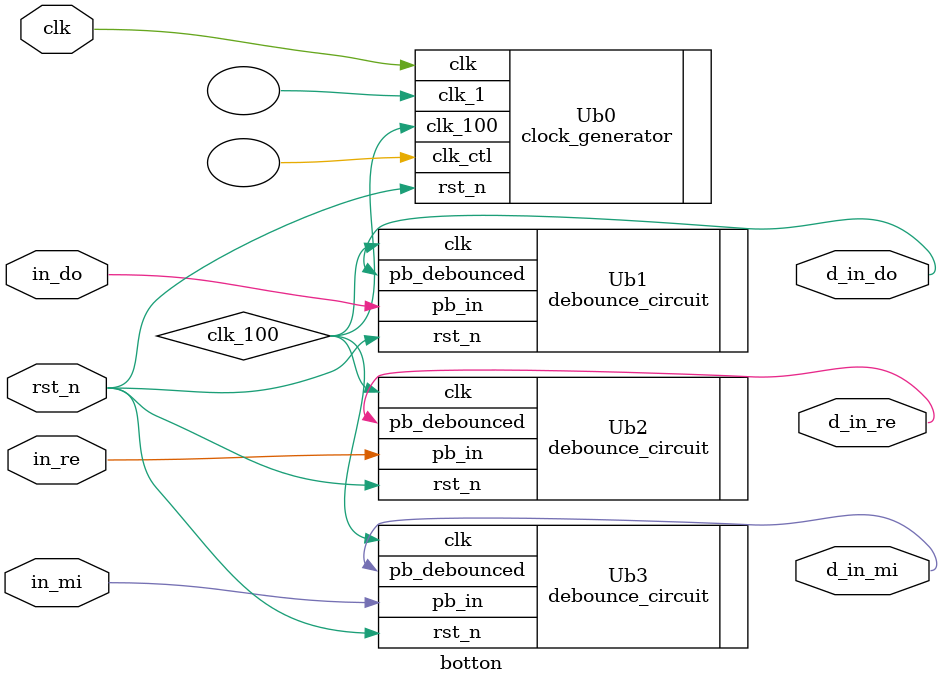
<source format=v>
`timescale 1ns / 1ps

module botton(
    d_in_do,
    d_in_re,
    d_in_mi,
    in_do,
    in_re,
    in_mi,
    clk,
    rst_n
);
output d_in_do, d_in_re, d_in_mi;
input in_do, in_re, in_mi;
input clk, rst_n;
wire clk_100;

clock_generator Ub0(
    .clk(clk),    //clock from crystal
    .rst_n(rst_n),  //active low reset
    .clk_1(),  //generated 1Hz clock
    .clk_100(clk_100), //generated 100Hz clock
    .clk_ctl() //scan control
);

debounce_circuit Ub1(
    .clk(clk_100),    //global clock
    .rst_n(rst_n),  //negative edge reset
    .pb_in(in_do),  //push botton input
    .pb_debounced(d_in_do)    //debounced push botton output
);

debounce_circuit Ub2(
    .clk(clk_100),    //global clock
    .rst_n(rst_n),  //negative edge reset
    .pb_in(in_re),  //push botton input
    .pb_debounced(d_in_re)    //debounced push botton output
);

debounce_circuit Ub3(
    .clk(clk_100),    //global clock
    .rst_n(rst_n),  //negative edge reset
    .pb_in(in_mi),  //push botton input
    .pb_debounced(d_in_mi)    //debounced push botton output
);

endmodule

</source>
